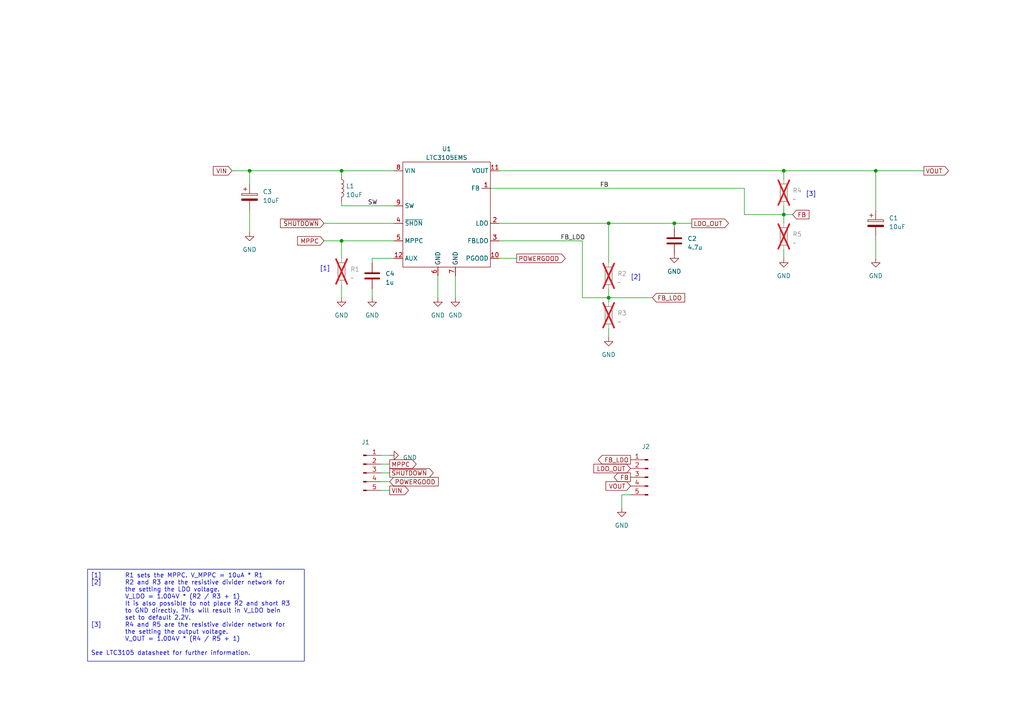
<source format=kicad_sch>
(kicad_sch (version 20231120) (generator "eeschema") (generator_version "8.0")
  (paper "A4")
  (title_block (title "LTC3105 Evaluation Board") (date "2024-06-23") (rev "V0.0.0") (company "© Edwin Koch 2024, This work is licenced under CERN-OHL-P V 2.0."))
  (lib_symbols
    (symbol "314_power_management_ic:LTC3105EMS"
      (property "Reference" "U" (at -12.7 16.51 0))
      (property "Value" "LTC3105EMS" (at 0 0 0))
      (symbol "LTC3105EMS_0_1"
        (rectangle (start -12.7 15.24) (end 12.7 -15.24))
      )
      (symbol "LTC3105EMS_1_1"
        (pin input line (at 12.7 7.62 180) (length 2.54) (name "FB") (number "1"))
        (pin output line (at 15.24 -12.7 180) (length 2.54) (name "PGOOD") (number "10"))
        (pin power_out line (at 15.24 12.7 180) (length 2.54) (name "VOUT") (number "11"))
        (pin bidirectional line (at -15.24 -12.7 0) (length 2.54) (name "AUX") (number "12"))
        (pin power_out line (at 15.24 -2.54 180) (length 2.54) (name "LDO") (number "2"))
        (pin input line (at 15.24 -7.62 180) (length 2.54) (name "FBLDO") (number "3"))
        (pin input line (at -15.24 -2.54 0) (length 2.54) (name "~{SHDN}") (number "4"))
        (pin input line (at -15.24 -7.62 0) (length 2.54) (name "MPPC") (number "5"))
        (pin passive line (at -2.54 -17.78 90) (length 2.54) (name "GND") (number "6"))
        (pin passive line (at 2.54 -17.78 90) (length 2.54) (name "GND") (number "7"))
        (pin power_in line (at -15.24 12.7 0) (length 2.54) (name "VIN") (number "8"))
        (pin bidirectional line (at -15.24 2.54 0) (length 2.54) (name "SW") (number "9"))
      )
    )
    (symbol "Connector:Conn_01x05_Pin" (pin_names (offset 1.016) hide)
      (property "Reference" "J" (at 0 7.62 0))
      (property "Value" "Conn_01x05_Pin" (at 0 -7.62 0))
      (symbol "Conn_01x05_Pin_1_1"
        (polyline (pts (xy 1.27 -5.08) (xy 0.8636 -5.08)) (stroke (width 0.1524)))
        (polyline (pts (xy 1.27 -2.54) (xy 0.8636 -2.54)) (stroke (width 0.1524)))
        (polyline (pts (xy 1.27 0) (xy 0.8636 0)) (stroke (width 0.1524)))
        (polyline (pts (xy 1.27 2.54) (xy 0.8636 2.54)) (stroke (width 0.1524)))
        (polyline (pts (xy 1.27 5.08) (xy 0.8636 5.08)) (stroke (width 0.1524)))
        (rectangle (start 0.8636 -4.953) (end 0 -5.207) (stroke (width 0.1524)) (fill (type outline)))
        (rectangle (start 0.8636 -2.413) (end 0 -2.667) (stroke (width 0.1524)) (fill (type outline)))
        (rectangle (start 0.8636 0.127) (end 0 -0.127) (stroke (width 0.1524)) (fill (type outline)))
        (rectangle (start 0.8636 2.667) (end 0 2.413) (stroke (width 0.1524)) (fill (type outline)))
        (rectangle (start 0.8636 5.207) (end 0 4.953) (stroke (width 0.1524)) (fill (type outline)))
        (pin passive line (at 5.08 5.08 180) (length 3.81) (name "Pin_1") (number "1"))
        (pin passive line (at 5.08 2.54 180) (length 3.81) (name "Pin_2") (number "2"))
        (pin passive line (at 5.08 0 180) (length 3.81) (name "Pin_3") (number "3"))
        (pin passive line (at 5.08 -2.54 180) (length 3.81) (name "Pin_4") (number "4"))
        (pin passive line (at 5.08 -5.08 180) (length 3.81) (name "Pin_5") (number "5"))
      )
    )
    (symbol "Device:C" (pin_numbers hide) (pin_names (offset 0.254))
      (property "Reference" "C" (at 0.635 2.54 0))
      (property "Value" "C" (at 0.635 -2.54 0))
      (symbol "C_0_1"
        (polyline (pts (xy -2.032 -0.762) (xy 2.032 -0.762)) (stroke (width 0.508)))
        (polyline (pts (xy -2.032 0.762) (xy 2.032 0.762)) (stroke (width 0.508)))
      )
      (symbol "C_1_1"
        (pin passive line (at 0 3.81 270) (length 2.794) (name "~") (number "1"))
        (pin passive line (at 0 -3.81 90) (length 2.794) (name "~") (number "2"))
      )
    )
    (symbol "Device:C_Polarized" (pin_numbers hide) (pin_names (offset 0.254))
      (property "Reference" "C" (at 0.635 2.54 0))
      (property "Value" "C_Polarized" (at 0.635 -2.54 0))
      (symbol "C_Polarized_0_1"
        (rectangle (start -2.286 0.508) (end 2.286 1.016))
        (polyline (pts (xy -1.778 2.286) (xy -0.762 2.286)))
        (polyline (pts (xy -1.27 2.794) (xy -1.27 1.778)))
        (rectangle (start 2.286 -0.508) (end -2.286 -1.016) (fill (type outline)))
      )
      (symbol "C_Polarized_1_1"
        (pin passive line (at 0 3.81 270) (length 2.794) (name "~") (number "1"))
        (pin passive line (at 0 -3.81 90) (length 2.794) (name "~") (number "2"))
      )
    )
    (symbol "Device:L" (pin_numbers hide) (pin_names (offset 1.016) hide)
      (property "Reference" "L" (at -1.27 0 90))
      (property "Value" "L" (at 1.905 0 90))
      (symbol "L_0_1"
        (arc (start 0 -2.54) (mid 0.6323 -1.905) (end 0 -1.27))
        (arc (start 0 -1.27) (mid 0.6323 -0.635) (end 0 0))
        (arc (start 0 0) (mid 0.6323 0.635) (end 0 1.27))
        (arc (start 0 1.27) (mid 0.6323 1.905) (end 0 2.54))
      )
      (symbol "L_1_1"
        (pin passive line (at 0 3.81 270) (length 1.27) (name "1") (number "1"))
        (pin passive line (at 0 -3.81 90) (length 1.27) (name "2") (number "2"))
      )
    )
    (symbol "Device:R" (pin_numbers hide) (pin_names (offset 0))
      (property "Reference" "R" (at 2.032 0 90))
      (property "Value" "R" (at 0 0 90))
      (symbol "R_0_1"
        (rectangle (start -1.016 -2.54) (end 1.016 2.54) (stroke (width 0.254)))
      )
      (symbol "R_1_1"
        (pin passive line (at 0 3.81 270) (length 1.27) (name "~") (number "1"))
        (pin passive line (at 0 -3.81 90) (length 1.27) (name "~") (number "2"))
      )
    )
    (symbol "power:GND" (power) (pin_names (offset 0))
      (property "Value" "GND" (at 0 -3.81 0))
      (symbol "GND_0_1"
        (polyline (pts (xy 0 0) (xy 0 -1.27) (xy 1.27 -1.27) (xy 0 -2.54) (xy -1.27 -1.27) (xy 0 -1.27)))
      )
      (symbol "GND_1_1"
        (pin power_in line (at 0 0 270) (length 0) hide (name "GND") (number "1"))
      )
    )
  )
  (junction (at 99.06 69.85))
  (junction (at 72.39 49.53))
  (junction (at 227.33 49.53))
  (junction (at 176.53 86.36))
  (junction (at 227.33 62.23))
  (junction (at 254 49.53))
  (junction (at 99.06 49.53))
  (junction (at 195.58 64.77))
  (junction (at 176.53 64.77))
  (wire (pts (xy 144.78 69.85) (xy 168.91 69.85)))
  (wire (pts (xy 72.39 60.96) (xy 72.39 67.31)))
  (wire (pts (xy 215.9 62.23) (xy 215.9 54.61)))
  (wire (pts (xy 99.06 59.69) (xy 99.06 58.42)))
  (wire (pts (xy 144.78 64.77) (xy 176.53 64.77)))
  (wire (pts (xy 182.88 143.51) (xy 180.34 143.51)))
  (wire (pts (xy 227.33 62.23) (xy 229.87 62.23)))
  (wire (pts (xy 227.33 59.69) (xy 227.33 62.23)))
  (wire (pts (xy 176.53 97.79) (xy 176.53 95.25)))
  (wire (pts (xy 110.49 137.16) (xy 113.03 137.16)))
  (wire (pts (xy 114.3 59.69) (xy 99.06 59.69)))
  (wire (pts (xy 149.86 74.93) (xy 144.78 74.93)))
  (wire (pts (xy 67.31 49.53) (xy 72.39 49.53)))
  (wire (pts (xy 99.06 69.85) (xy 114.3 69.85)))
  (wire (pts (xy 107.95 74.93) (xy 114.3 74.93)))
  (wire (pts (xy 267.97 49.53) (xy 254 49.53)))
  (wire (pts (xy 215.9 54.61) (xy 142.24 54.61)))
  (wire (pts (xy 127 80.01) (xy 127 86.36)))
  (wire (pts (xy 107.95 76.2) (xy 107.95 74.93)))
  (wire (pts (xy 93.98 69.85) (xy 99.06 69.85)))
  (wire (pts (xy 99.06 82.55) (xy 99.06 86.36)))
  (wire (pts (xy 195.58 64.77) (xy 176.53 64.77)))
  (wire (pts (xy 254 68.58) (xy 254 74.93)))
  (wire (pts (xy 144.78 49.53) (xy 227.33 49.53)))
  (wire (pts (xy 99.06 50.8) (xy 99.06 49.53)))
  (wire (pts (xy 132.08 80.01) (xy 132.08 86.36)))
  (wire (pts (xy 99.06 49.53) (xy 114.3 49.53)))
  (wire (pts (xy 254 49.53) (xy 254 60.96)))
  (wire (pts (xy 110.49 139.7) (xy 113.03 139.7)))
  (wire (pts (xy 227.33 62.23) (xy 227.33 64.77)))
  (wire (pts (xy 176.53 87.63) (xy 176.53 86.36)))
  (wire (pts (xy 168.91 69.85) (xy 168.91 86.36)))
  (wire (pts (xy 176.53 86.36) (xy 176.53 83.82)))
  (wire (pts (xy 113.03 132.08) (xy 110.49 132.08)))
  (wire (pts (xy 180.34 143.51) (xy 180.34 147.32)))
  (wire (pts (xy 72.39 49.53) (xy 99.06 49.53)))
  (wire (pts (xy 227.33 49.53) (xy 227.33 52.07)))
  (wire (pts (xy 215.9 62.23) (xy 227.33 62.23)))
  (wire (pts (xy 176.53 86.36) (xy 189.23 86.36)))
  (wire (pts (xy 168.91 86.36) (xy 176.53 86.36)))
  (wire (pts (xy 113.03 134.62) (xy 110.49 134.62)))
  (wire (pts (xy 72.39 53.34) (xy 72.39 49.53)))
  (wire (pts (xy 200.66 64.77) (xy 195.58 64.77)))
  (wire (pts (xy 254 49.53) (xy 227.33 49.53)))
  (wire (pts (xy 107.95 83.82) (xy 107.95 86.36)))
  (wire (pts (xy 113.03 142.24) (xy 110.49 142.24)))
  (wire (pts (xy 93.98 64.77) (xy 114.3 64.77)))
  (wire (pts (xy 227.33 74.93) (xy 227.33 72.39)))
  (wire (pts (xy 176.53 64.77) (xy 176.53 76.2)))
  (wire (pts (xy 99.06 74.93) (xy 99.06 69.85)))
  (wire (pts (xy 195.58 64.77) (xy 195.58 66.04)))
  (text_box "[1]		R1 sets the MPPC. V_MPPC = 10uA * R1\n[2]		R2 and R3 are the resistive divider network for\n		the setting the LDO voltage.\n		V_LDO = 1.004V * (R2 / R3 + 1)\n		It is also possible to not place R2 and short R3\n		to GND directly. This will result in V_LDO bein\n		set to default 2.2V.\n[3]		R4 and R5 are the resistive divider network for\n		the setting the output voltage.\n		V_OUT = 1.004V * (R4 / R5 + 1)\n\nSee LTC3105 datasheet for further information." (at 25.4 165.1 0) (size 62.865 26.67) (effects (font (size 1.27 1.27)) (justify left top)))
  (text "[1]" (at 92.71 78.74 0) (effects (font (size 1.27 1.27)) (justify left bottom)))
  (text "[2]" (at 182.88 81.28 0) (effects (font (size 1.27 1.27)) (justify left bottom)))
  (text "[3]" (at 233.68 57.15 0) (effects (font (size 1.27 1.27)) (justify left bottom)))
  (label "FB" (at 173.99 54.61 0))
  (label "FB_LDO" (at 162.56 69.85 0))
  (label "SW" (at 106.68 59.69 0))
  (global_label "VOUT" (shape output) (at 267.97 49.53 0) (property "Intersheetrefs" "${INTERSHEET_REFS}" (effects (hide yes))))
  (global_label "FB_LDO" (shape input) (at 189.23 86.36 0) (property "Intersheetrefs" "${INTERSHEET_REFS}" (effects (hide yes))))
  (global_label "LDO_OUT" (shape input) (at 182.88 135.89 180) (property "Intersheetrefs" "${INTERSHEET_REFS}" (effects (hide yes))))
  (global_label "FB" (shape output) (at 182.88 138.43 180) (property "Intersheetrefs" "${INTERSHEET_REFS}" (effects (hide yes))))
  (global_label "~{SHUTDOWN}" (shape input) (at 93.98 64.77 180) (property "Intersheetrefs" "${INTERSHEET_REFS}" (effects (hide yes))))
  (global_label "LDO_OUT" (shape output) (at 200.66 64.77 0) (property "Intersheetrefs" "${INTERSHEET_REFS}" (effects (hide yes))))
  (global_label "MPPC" (shape input) (at 93.98 69.85 180) (property "Intersheetrefs" "${INTERSHEET_REFS}" (effects (hide yes))))
  (global_label "FB" (shape input) (at 229.87 62.23 0) (property "Intersheetrefs" "${INTERSHEET_REFS}" (effects (hide yes))))
  (global_label "POWERGOOD" (shape input) (at 113.03 139.7 0) (property "Intersheetrefs" "${INTERSHEET_REFS}" (effects (hide yes))))
  (global_label "~{SHUTDOWN}" (shape output) (at 113.03 137.16 0) (property "Intersheetrefs" "${INTERSHEET_REFS}" (effects (hide yes))))
  (global_label "FB_LDO" (shape output) (at 182.88 133.35 180) (property "Intersheetrefs" "${INTERSHEET_REFS}" (effects (hide yes))))
  (global_label "VIN" (shape input) (at 67.31 49.53 180) (property "Intersheetrefs" "${INTERSHEET_REFS}" (effects (hide yes))))
  (global_label "VIN" (shape output) (at 113.03 142.24 0) (property "Intersheetrefs" "${INTERSHEET_REFS}" (effects (hide yes))))
  (global_label "VOUT" (shape input) (at 182.88 140.97 180) (property "Intersheetrefs" "${INTERSHEET_REFS}" (effects (hide yes))))
  (global_label "POWERGOOD" (shape output) (at 149.86 74.93 0) (property "Intersheetrefs" "${INTERSHEET_REFS}" (effects (hide yes))))
  (global_label "MPPC" (shape output) (at 113.03 134.62 0) (property "Intersheetrefs" "${INTERSHEET_REFS}" (effects (hide yes))))
  (symbol (lib_id "power:GND") (at 113.03 132.08 90) (unit 1)
    (property "Reference" "#PWR01" (effects (hide yes)))
    (property "Value" "GND" (at 116.84 132.715 90) (effects (justify right)))
  )
  (symbol (lib_id "Device:R") (at 227.33 55.88 0) (unit 1) (dnp yes)
    (property "Reference" "R4" (at 229.87 55.245 0) (effects (justify left)))
    (property "Value" "~" (at 229.87 57.785 0) (effects (justify left)))
    (property "Footprint" "Resistor_SMD:R_0805_2012Metric" (effects (hide yes)))
  )
  (symbol (lib_id "Device:L") (at 99.06 54.61 0) (unit 1)
    (property "Reference" "L1" (at 100.33 53.975 0) (effects (justify left)))
    (property "Value" "10uF" (at 100.33 56.515 0) (effects (justify left)))
    (property "Footprint" "Inductor_SMD:L_Coilcraft_LPS4018" (effects (hide yes)))
    (property "man" "Coilcraft" (effects (hide yes)))
    (property "man no" "MSS5131-103MLC " (effects (hide yes)))
    (property "dist" "Mouser" (effects (hide yes)))
    (property "dist no" "994-MSS5131-103MLC " (effects (hide yes)))
  )
  (symbol (lib_id "power:GND") (at 107.95 86.36 0) (unit 1)
    (property "Reference" "#PWR012" (effects (hide yes)))
    (property "Value" "GND" (at 107.95 91.44 0))
  )
  (symbol (lib_id "power:GND") (at 99.06 86.36 0) (unit 1)
    (property "Reference" "#PWR02" (effects (hide yes)))
    (property "Value" "GND" (at 99.06 91.44 0))
  )
  (symbol (lib_id "power:GND") (at 254 74.93 0) (unit 1)
    (property "Reference" "#PWR010" (effects (hide yes)))
    (property "Value" "GND" (at 254 80.01 0))
  )
  (symbol (lib_id "Device:C_Polarized") (at 72.39 57.15 0) (unit 1)
    (property "Reference" "C3" (at 76.2 55.626 0) (effects (justify left)))
    (property "Value" "10uF" (at 76.2 58.166 0) (effects (justify left)))
    (property "Footprint" "Capacitor_Tantalum_SMD:CP_EIA-6032-28_Kemet-C" (effects (hide yes)))
    (property "Datasheet" "https://www.vishay.com/doc?40002" (effects (hide yes)))
    (property "dist" "Mouser" (effects (hide yes)))
    (property "dist no" "74-293D106X9025C2TE3 " (effects (hide yes)))
    (property "man" "Vishay" (effects (hide yes)))
    (property "man no" "293D106X9025C2TE3 " (effects (hide yes)))
  )
  (symbol (lib_id "power:GND") (at 127 86.36 0) (unit 1)
    (property "Reference" "#PWR04" (effects (hide yes)))
    (property "Value" "GND" (at 127 91.44 0))
  )
  (symbol (lib_id "power:GND") (at 195.58 73.66 0) (unit 1)
    (property "Reference" "#PWR09" (effects (hide yes)))
    (property "Value" "GND" (at 195.58 78.74 0))
  )
  (symbol (lib_id "Connector:Conn_01x05_Pin") (at 187.96 138.43 0) (mirror y) (unit 1)
    (property "Reference" "J2" (at 187.325 129.54 0))
    (property "Value" "Conn_01x05_Pin" (effects (hide yes)))
    (property "Footprint" "Connector_PinHeader_2.54mm:PinHeader_1x05_P2.54mm_Vertical" (effects (hide yes)))
    (property "dist" "Mouser" (effects (hide yes)))
    (property "dist no" " 200-TSW10507FS" (effects (hide yes)))
    (property "man" "Samtec" (effects (hide yes)))
    (property "man no" "TSW-105-07-F-S " (effects (hide yes)))
  )
  (symbol (lib_id "Device:R") (at 99.06 78.74 0) (unit 1) (dnp yes)
    (property "Reference" "R1" (at 101.6 78.105 0) (effects (justify left)))
    (property "Value" "~" (at 101.6 80.645 0) (effects (justify left)))
    (property "Footprint" "Resistor_SMD:R_0805_2012Metric" (effects (hide yes)))
  )
  (symbol (lib_id "power:GND") (at 72.39 67.31 0) (unit 1)
    (property "Reference" "#PWR011" (effects (hide yes)))
    (property "Value" "GND" (at 72.39 72.39 0))
  )
  (symbol (lib_id "Device:R") (at 176.53 80.01 0) (unit 1) (dnp yes)
    (property "Reference" "R2" (at 179.07 79.375 0) (effects (justify left)))
    (property "Value" "~" (at 179.07 81.915 0) (effects (justify left)))
    (property "Footprint" "Resistor_SMD:R_0805_2012Metric" (effects (hide yes)))
  )
  (symbol (lib_id "power:GND") (at 132.08 86.36 0) (unit 1)
    (property "Reference" "#PWR05" (effects (hide yes)))
    (property "Value" "GND" (at 132.08 91.44 0))
  )
  (symbol (lib_id "power:GND") (at 227.33 74.93 0) (unit 1)
    (property "Reference" "#PWR08" (effects (hide yes)))
    (property "Value" "GND" (at 227.33 80.01 0))
  )
  (symbol (lib_id "Device:C") (at 195.58 69.85 0) (unit 1)
    (property "Reference" "C2" (at 199.39 69.215 0) (effects (justify left)))
    (property "Value" "4.7u" (at 199.39 71.755 0) (effects (justify left)))
    (property "Footprint" "Capacitor_SMD:C_1206_3216Metric" (effects (hide yes)))
    (property "Datasheet" "https://product.tdk.com/system/files/dam/doc/product/capacitor/ceramic/mlcc/catalog/mlcc_commercial_general_en.pdf?ref_disty=mouser" (effects (hide yes)))
    (property "dist" "Mouser" (effects (hide yes)))
    (property "dist no" "810-C3216X7R1E475K" (effects (hide yes)))
    (property "man" "TDK" (effects (hide yes)))
    (property "man no" "C3216X7R1E475K160AC" (effects (hide yes)))
  )
  (symbol (lib_id "Device:C") (at 107.95 80.01 0) (unit 1)
    (property "Reference" "C4" (at 111.76 79.375 0) (effects (justify left)))
    (property "Value" "1u" (at 111.76 81.915 0) (effects (justify left)))
    (property "Footprint" "Capacitor_SMD:C_1206_3216Metric" (effects (hide yes)))
    (property "dist" "Mouser" (effects (hide yes)))
    (property "dist no" "581-KAM31GR72A105KU " (effects (hide yes)))
    (property "man" "KYOCERA AVX" (effects (hide yes)))
    (property "man no" "KAM31GR72A105KU " (effects (hide yes)))
  )
  (symbol (lib_id "power:GND") (at 176.53 97.79 0) (unit 1)
    (property "Reference" "#PWR06" (effects (hide yes)))
    (property "Value" "GND" (at 176.53 102.87 0))
  )
  (symbol (lib_id "Device:C_Polarized") (at 254 64.77 0) (unit 1)
    (property "Reference" "C1" (at 257.81 63.246 0) (effects (justify left)))
    (property "Value" "10uF" (at 257.81 65.786 0) (effects (justify left)))
    (property "Footprint" "Capacitor_Tantalum_SMD:CP_EIA-6032-28_Kemet-C" (effects (hide yes)))
    (property "Datasheet" "https://www.vishay.com/doc?40002" (effects (hide yes)))
    (property "dist" "Mouser" (effects (hide yes)))
    (property "dist no" "74-293D106X9025C2TE3 " (effects (hide yes)))
    (property "man" "Vishay" (effects (hide yes)))
    (property "man no" "293D106X9025C2TE3 " (effects (hide yes)))
  )
  (symbol (lib_id "Device:R") (at 176.53 91.44 0) (unit 1) (dnp yes)
    (property "Reference" "R3" (at 179.07 90.805 0) (effects (justify left)))
    (property "Value" "~" (at 179.07 93.345 0) (effects (justify left)))
    (property "Footprint" "Resistor_SMD:R_0805_2012Metric" (effects (hide yes)))
  )
  (symbol (lib_id "314_power_management_ic:LTC3105EMS") (at 129.54 62.23 0) (unit 1)
    (property "Reference" "U1" (at 129.54 43.18 0))
    (property "Value" "LTC3105EMS" (at 129.54 45.72 0))
    (property "Footprint" "Package_SO:MSOP-12_3x4mm_P0.65mm" (effects (hide yes)))
    (property "Datasheet" "https://www.analog.com/media/en/technical-documentation/data-sheets/3105fb.pdf" (effects (hide yes)))
    (property "man" "Analog Devices" (effects (hide yes)))
    (property "man no" "LTC3105EMS#TRPBF" (effects (hide yes)))
    (property "dist" "Mouser" (effects (hide yes)))
    (property "dist no" " 584-LTC3105EMS#TRPBF" (effects (hide yes)))
  )
  (symbol (lib_id "power:GND") (at 180.34 147.32 0) (unit 1)
    (property "Reference" "#PWR03" (effects (hide yes)))
    (property "Value" "GND" (at 180.34 152.4 0))
  )
  (symbol (lib_id "Connector:Conn_01x05_Pin") (at 105.41 137.16 0) (unit 1)
    (property "Reference" "J1" (at 106.045 128.27 0))
    (property "Value" "Conn_01x05_Pin" (effects (hide yes)))
    (property "Footprint" "Connector_PinHeader_2.54mm:PinHeader_1x05_P2.54mm_Vertical" (effects (hide yes)))
    (property "dist" "Mouser" (effects (hide yes)))
    (property "dist no" " 200-TSW10507FS" (effects (hide yes)))
    (property "man" "Samtec" (effects (hide yes)))
    (property "man no" "TSW-105-07-F-S " (effects (hide yes)))
  )
  (symbol (lib_id "Device:R") (at 227.33 68.58 0) (unit 1) (dnp yes)
    (property "Reference" "R5" (at 229.87 67.945 0) (effects (justify left)))
    (property "Value" "~" (at 229.87 70.485 0) (effects (justify left)))
    (property "Footprint" "Resistor_SMD:R_0805_2012Metric" (effects (hide yes)))
  )
)
</source>
